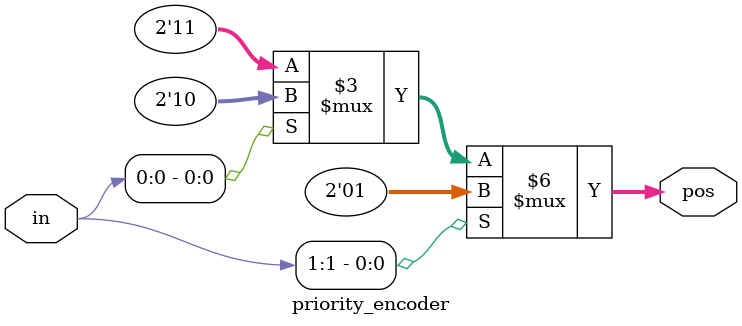
<source format=v>
module priority_encoder( 
input [2:0] in,
output reg [1:0] pos ); 
// When sel=1, assign b to out
always begin
if (in[1]) pos <= 1;
else if(in[0]) pos <= 2;
else pos <= 3;
end
endmodule

</source>
